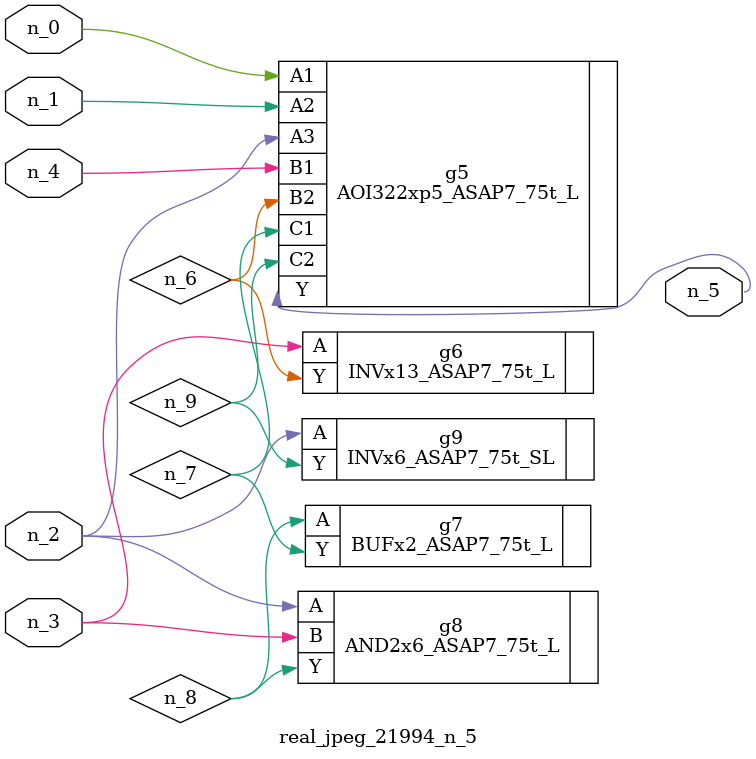
<source format=v>
module real_jpeg_21994_n_5 (n_4, n_0, n_1, n_2, n_3, n_5);

input n_4;
input n_0;
input n_1;
input n_2;
input n_3;

output n_5;

wire n_8;
wire n_6;
wire n_7;
wire n_9;

AOI322xp5_ASAP7_75t_L g5 ( 
.A1(n_0),
.A2(n_1),
.A3(n_2),
.B1(n_4),
.B2(n_6),
.C1(n_7),
.C2(n_9),
.Y(n_5)
);

AND2x6_ASAP7_75t_L g8 ( 
.A(n_2),
.B(n_3),
.Y(n_8)
);

INVx6_ASAP7_75t_SL g9 ( 
.A(n_2),
.Y(n_9)
);

INVx13_ASAP7_75t_L g6 ( 
.A(n_3),
.Y(n_6)
);

BUFx2_ASAP7_75t_L g7 ( 
.A(n_8),
.Y(n_7)
);


endmodule
</source>
